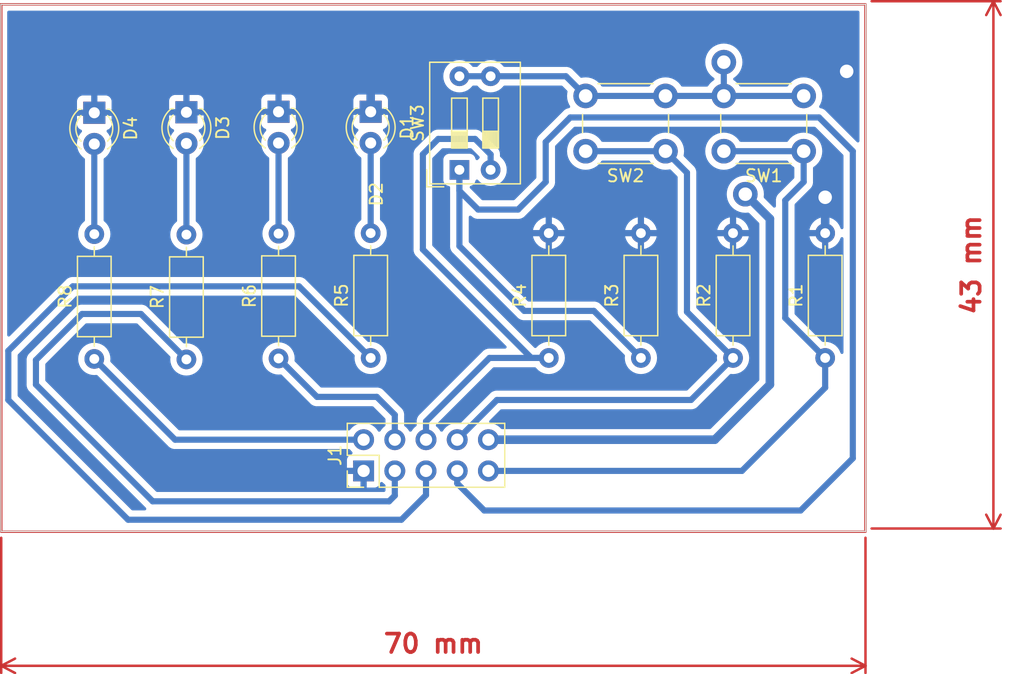
<source format=kicad_pcb>
(kicad_pcb (version 20211014) (generator pcbnew)
  (layers (0 "F.Cu" signal) (31 "B.Cu" signal) (34 "B.Paste" user) (35 "F.Paste" user) (36 "B.SilkS" user "B.Silkscreen") (37 "F.SilkS" user "F.Silkscreen") (38 "B.Mask" user) (39 "F.Mask" user) (44 "Edge.Cuts" user))
  (net 0 "")
  (net 1 "Net-(J1-Pad5)")
  (net 2 "Net-(D1-Pad2)")
  (net 3 "Net-(J1-Pad4)")
  (net 4 "Net-(D2-Pad2)")
  (net 5 "Net-(J1-Pad3)")
  (net 6 "Net-(D3-Pad2)")
  (net 7 "Net-(J1-Pad2)")
  (net 8 "Net-(D4-Pad2)")
  (net 9 "GND")
  (net 10 "Net-(J1-Pad6)")
  (net 11 "Net-(J1-Pad7)")
  (net 12 "Net-(J1-Pad8)")
  (net 13 "Net-(J1-Pad9)")
  (net 14 "+5V")
  (footprint "Resistor_THT:R_Axial_DIN0207_L6.3mm_D2.5mm_P10.16mm_Horizontal" (layer "F.Cu") (at 135 95.08 90)
    (fp_text reference "R4" (at 5.08 -2.37 90) (layer "F.SilkS"))
    (fp_text value "5 k")
    (fp_line (start 8.35 1.37) (end 8.35 -1.37) (layer "F.SilkS") (width 0.12))
    (fp_line (start 8.35 -1.37) (end 1.81 -1.37) (layer "F.SilkS") (width 0.12))
    (fp_line (start 9.12 0) (end 8.35 0) (layer "F.SilkS") (width 0.12))
    (fp_line (start 1.81 -1.37) (end 1.81 1.37) (layer "F.SilkS") (width 0.12))
    (fp_line (start 1.81 1.37) (end 8.35 1.37) (layer "F.SilkS") (width 0.12))
    (fp_line (start 1.04 0) (end 1.81 0) (layer "F.SilkS") (width 0.12))
    (pad "1" thru_hole circle (at 0 0 90) (size 1.6 1.6) (drill 0.8) (layers *.Cu *.Mask) (net 10 "Net-(J1-Pad6)"))
    (pad "2" thru_hole oval (at 10.16 0 90) (size 1.6 1.6) (drill 0.8) (layers *.Cu *.Mask) (net 9 "GND"))
  )
  (footprint "Resistor_THT:R_Axial_DIN0207_L6.3mm_D2.5mm_P10.16mm_Horizontal" (layer "F.Cu") (at 157.5 95.08 90)
    (fp_text reference "R1" (at 5.08 -2.37 90) (layer "F.SilkS"))
    (fp_text value "5 k")
    (fp_line (start 9.12 0) (end 8.35 0) (layer "F.SilkS") (width 0.12))
    (fp_line (start 8.35 1.37) (end 8.35 -1.37) (layer "F.SilkS") (width 0.12))
    (fp_line (start 1.81 -1.37) (end 1.81 1.37) (layer "F.SilkS") (width 0.12))
    (fp_line (start 1.04 0) (end 1.81 0) (layer "F.SilkS") (width 0.12))
    (fp_line (start 1.81 1.37) (end 8.35 1.37) (layer "F.SilkS") (width 0.12))
    (fp_line (start 8.35 -1.37) (end 1.81 -1.37) (layer "F.SilkS") (width 0.12))
    (pad "1" thru_hole circle (at 0 0 90) (size 1.6 1.6) (drill 0.8) (layers *.Cu *.Mask) (net 13 "Net-(J1-Pad9)"))
    (pad "2" thru_hole oval (at 10.16 0 90) (size 1.6 1.6) (drill 0.8) (layers *.Cu *.Mask) (net 9 "GND"))
  )
  (footprint "Button_Switch_THT:SW_PUSH_6mm_H7.3mm" (layer "F.Cu") (at 155.75 78.25 180)
    (fp_text reference "SW1" (at 3.25 -2) (layer "F.SilkS"))
    (fp_text value "SW_Push")
    (fp_line (start 5.5 -1) (end 1 -1) (layer "F.SilkS") (width 0.12))
    (fp_line (start 6.75 3) (end 6.75 1.5) (layer "F.SilkS") (width 0.12))
    (fp_line (start -0.25 1.5) (end -0.25 3) (layer "F.SilkS") (width 0.12))
    (fp_line (start 1 5.5) (end 5.5 5.5) (layer "F.SilkS") (width 0.12))
    (pad "1" thru_hole circle (at 0 0 270) (size 2 2) (drill 1.1) (layers *.Cu *.Mask) (net 13 "Net-(J1-Pad9)"))
    (pad "1" thru_hole circle (at 6.5 0 270) (size 2 2) (drill 1.1) (layers *.Cu *.Mask) (net 13 "Net-(J1-Pad9)"))
    (pad "2" thru_hole circle (at 6.5 4.5 270) (size 2 2) (drill 1.1) (layers *.Cu *.Mask) (net 14 "+5V"))
    (pad "2" thru_hole circle (at 0 4.5 270) (size 2 2) (drill 1.1) (layers *.Cu *.Mask) (net 14 "+5V"))
  )
  (footprint "Button_Switch_THT:SW_DIP_SPSTx02_Slide_9.78x7.26mm_W7.62mm_P2.54mm" (layer "F.Cu") (at 127.725 79.7675 90)
    (fp_text reference "SW3" (at 3.81 -3.42 90) (layer "F.SilkS"))
    (fp_text value "SW_DIP_x02")
    (fp_line (start 1.78 2.265) (end 3.133333 2.265) (layer "F.SilkS") (width 0.12))
    (fp_line (start 5.84 1.905) (end 1.78 1.905) (layer "F.SilkS") (width 0.12))
    (fp_line (start 1.78 0.325) (end 3.133333 0.325) (layer "F.SilkS") (width 0.12))
    (fp_line (start 1.78 2.745) (end 3.133333 2.745) (layer "F.SilkS") (width 0.12))
    (fp_line (start 1.78 -0.395) (end 3.133333 -0.395) (layer "F.SilkS") (width 0.12))
    (fp_line (start 1.78 0.445) (end 3.133333 0.445) (layer "F.SilkS") (width 0.12))
    (fp_line (start 1.78 -0.635) (end 1.78 0.635) (layer "F.SilkS") (width 0.12))
    (fp_line (start 3.133333 1.905) (end 3.133333 3.175) (layer "F.SilkS") (width 0.12))
    (fp_line (start 1.78 2.145) (end 3.133333 2.145) (layer "F.SilkS") (width 0.12))
    (fp_line (start 1.78 2.025) (end 3.133333 2.025) (layer "F.SilkS") (width 0.12))
    (fp_line (start 1.78 0.565) (end 3.133333 0.565) (layer "F.SilkS") (width 0.12))
    (fp_line (start 5.84 3.175) (end 5.84 1.905) (layer "F.SilkS") (width 0.12))
    (fp_line (start 1.78 0.085) (end 3.133333 0.085) (layer "F.SilkS") (width 0.12))
    (fp_line (start 1.78 -0.515) (end 3.133333 -0.515) (layer "F.SilkS") (width 0.12))
    (fp_line (start 1.78 0.635) (end 5.84 0.635) (layer "F.SilkS") (width 0.12))
    (fp_line (start 3.133333 -0.635) (end 3.133333 0.635) (layer "F.SilkS") (width 0.12))
    (fp_line (start 1.78 1.905) (end 1.78 3.175) (layer "F.SilkS") (width 0.12))
    (fp_line (start 8.76 -2.42) (end 8.76 4.96) (layer "F.SilkS") (width 0.12))
    (fp_line (start 1.78 2.625) (end 3.133333 2.625) (layer "F.SilkS") (width 0.12))
    (fp_line (start 1.78 3.105) (end 3.133333 3.105) (layer "F.SilkS") (width 0.12))
    (fp_line (start -1.38 -2.66) (end -1.38 -1.277) (layer "F.SilkS") (width 0.12))
    (fp_line (start -1.14 -2.42) (end 8.76 -2.42) (layer "F.SilkS") (width 0.12))
    (fp_line (start 1.78 2.505) (end 3.133333 2.505) (layer "F.SilkS") (width 0.12))
    (fp_line (start 1.78 0.205) (end 3.133333 0.205) (layer "F.SilkS") (width 0.12))
    (fp_line (start 1.78 -0.035) (end 3.133333 -0.035) (layer "F.SilkS") (width 0.12))
    (fp_line (start 1.78 -0.275) (end 3.133333 -0.275) (layer "F.SilkS") (width 0.12))
    (fp_line (start 1.78 -0.155) (end 3.133333 -0.155) (layer "F.SilkS") (width 0.12))
    (fp_line (start -1.14 4.96) (end 8.76 4.96) (layer "F.SilkS") (width 0.12))
    (fp_line (start 1.78 2.865) (end 3.133333 2.865) (layer "F.SilkS") (width 0.12))
    (fp_line (start -1.38 -2.66) (end 0.004 -2.66) (layer "F.SilkS") (width 0.12))
    (fp_line (start 1.78 2.385) (end 3.133333 2.385) (layer "F.SilkS") (width 0.12))
    (fp_line (start -1.14 -2.42) (end -1.14 4.96) (layer "F.SilkS") (width 0.12))
    (fp_line (start 1.78 2.985) (end 3.133333 2.985) (layer "F.SilkS") (width 0.12))
    (fp_line (start 5.84 -0.635) (end 1.78 -0.635) (layer "F.SilkS") (width 0.12))
    (fp_line (start 5.84 0.635) (end 5.84 -0.635) (layer "F.SilkS") (width 0.12))
    (fp_line (start 1.78 3.175) (end 5.84 3.175) (layer "F.SilkS") (width 0.12))
    (pad "1" thru_hole rect (at 0 0 90) (size 1.6 1.6) (drill 0.8) (layers *.Cu *.Mask) (net 11 "Net-(J1-Pad7)"))
    (pad "2" thru_hole oval (at 0 2.54 90) (size 1.6 1.6) (drill 0.8) (layers *.Cu *.Mask) (net 10 "Net-(J1-Pad6)"))
    (pad "3" thru_hole oval (at 7.62 2.54 90) (size 1.6 1.6) (drill 0.8) (layers *.Cu *.Mask) (net 14 "+5V"))
    (pad "4" thru_hole oval (at 7.62 0 90) (size 1.6 1.6) (drill 0.8) (layers *.Cu *.Mask) (net 14 "+5V"))
  )
  (footprint "Resistor_THT:R_Axial_DIN0207_L6.3mm_D2.5mm_P10.16mm_Horizontal" (layer "F.Cu") (at 142.5 95.08 90)
    (fp_text reference "R3" (at 5.08 -2.37 90) (layer "F.SilkS"))
    (fp_text value "5 k")
    (fp_line (start 9.12 0) (end 8.35 0) (layer "F.SilkS") (width 0.12))
    (fp_line (start 8.35 -1.37) (end 1.81 -1.37) (layer "F.SilkS") (width 0.12))
    (fp_line (start 1.81 -1.37) (end 1.81 1.37) (layer "F.SilkS") (width 0.12))
    (fp_line (start 1.04 0) (end 1.81 0) (layer "F.SilkS") (width 0.12))
    (fp_line (start 8.35 1.37) (end 8.35 -1.37) (layer "F.SilkS") (width 0.12))
    (fp_line (start 1.81 1.37) (end 8.35 1.37) (layer "F.SilkS") (width 0.12))
    (pad "1" thru_hole circle (at 0 0 90) (size 1.6 1.6) (drill 0.8) (layers *.Cu *.Mask) (net 11 "Net-(J1-Pad7)"))
    (pad "2" thru_hole oval (at 10.16 0 90) (size 1.6 1.6) (drill 0.8) (layers *.Cu *.Mask) (net 9 "GND"))
  )
  (footprint "Resistor_THT:R_Axial_DIN0207_L6.3mm_D2.5mm_P10.16mm_Horizontal" (layer "F.Cu") (at 113 95.12 90)
    (fp_text reference "R6" (at 5.08 -2.37 90) (layer "F.SilkS"))
    (fp_text value "220")
    (fp_line (start 1.81 1.37) (end 8.35 1.37) (layer "F.SilkS") (width 0.12))
    (fp_line (start 8.35 -1.37) (end 1.81 -1.37) (layer "F.SilkS") (width 0.12))
    (fp_line (start 9.12 0) (end 8.35 0) (layer "F.SilkS") (width 0.12))
    (fp_line (start 1.81 -1.37) (end 1.81 1.37) (layer "F.SilkS") (width 0.12))
    (fp_line (start 1.04 0) (end 1.81 0) (layer "F.SilkS") (width 0.12))
    (fp_line (start 8.35 1.37) (end 8.35 -1.37) (layer "F.SilkS") (width 0.12))
    (pad "1" thru_hole circle (at 0 0 90) (size 1.6 1.6) (drill 0.8) (layers *.Cu *.Mask) (net 3 "Net-(J1-Pad4)"))
    (pad "2" thru_hole oval (at 10.16 0 90) (size 1.6 1.6) (drill 0.8) (layers *.Cu *.Mask) (net 4 "Net-(D2-Pad2)"))
  )
  (footprint "LED_THT:LED_D3.0mm" (layer "F.Cu") (at 105.5 75.08 -90)
    (fp_text reference "D3" (at 1.27 -2.96 90) (layer "F.SilkS"))
    (fp_text value "LED")
    (fp_line (start -0.29 -1.236) (end -0.29 -1.08) (layer "F.SilkS") (width 0.12))
    (fp_line (start -0.29 1.08) (end -0.29 1.236) (layer "F.SilkS") (width 0.12))
    (fp_arc (start 0.229039 -1.08) (mid 1.270117 -1.5) (end 2.31113 -1.079837) (layer "F.SilkS") (width 0.12))
    (fp_arc (start -0.29 -1.235516) (mid 1.366487 -1.987659) (end 2.942335 -1.078608) (layer "F.SilkS") (width 0.12))
    (fp_arc (start 2.31113 1.079837) (mid 1.270117 1.5) (end 0.229039 1.08) (layer "F.SilkS") (width 0.12))
    (fp_arc (start 2.942335 1.078608) (mid 1.366487 1.987659) (end -0.29 1.235516) (layer "F.SilkS") (width 0.12))
    (pad "1" thru_hole rect (at 0 0 270) (size 1.8 1.8) (drill 0.9) (layers *.Cu *.Mask) (net 9 "GND"))
    (pad "2" thru_hole circle (at 2.54 0 270) (size 1.8 1.8) (drill 0.9) (layers *.Cu *.Mask) (net 6 "Net-(D3-Pad2)"))
  )
  (footprint "Resistor_THT:R_Axial_DIN0207_L6.3mm_D2.5mm_P10.16mm_Horizontal" (layer "F.Cu") (at 105.5 95.2 90)
    (fp_text reference "R7" (at 5.08 -2.37 90) (layer "F.SilkS"))
    (fp_text value "220")
    (fp_line (start 9.12 0) (end 8.35 0) (layer "F.SilkS") (width 0.12))
    (fp_line (start 8.35 1.37) (end 8.35 -1.37) (layer "F.SilkS") (width 0.12))
    (fp_line (start 8.35 -1.37) (end 1.81 -1.37) (layer "F.SilkS") (width 0.12))
    (fp_line (start 1.81 -1.37) (end 1.81 1.37) (layer "F.SilkS") (width 0.12))
    (fp_line (start 1.04 0) (end 1.81 0) (layer "F.SilkS") (width 0.12))
    (fp_line (start 1.81 1.37) (end 8.35 1.37) (layer "F.SilkS") (width 0.12))
    (pad "1" thru_hole circle (at 0 0 90) (size 1.6 1.6) (drill 0.8) (layers *.Cu *.Mask) (net 5 "Net-(J1-Pad3)"))
    (pad "2" thru_hole oval (at 10.16 0 90) (size 1.6 1.6) (drill 0.8) (layers *.Cu *.Mask) (net 6 "Net-(D3-Pad2)"))
  )
  (footprint "LED_THT:LED_D3.0mm" (layer "F.Cu") (at 120.5 75.04 -90)
    (fp_text reference "D1" (at 1.27 -2.96 90) (layer "F.SilkS"))
    (fp_text value "LED")
    (fp_line (start -0.29 1.08) (end -0.29 1.236) (layer "F.SilkS") (width 0.12))
    (fp_line (start -0.29 -1.236) (end -0.29 -1.08) (layer "F.SilkS") (width 0.12))
    (fp_arc (start 2.31113 1.079837) (mid 1.270117 1.5) (end 0.229039 1.08) (layer "F.SilkS") (width 0.12))
    (fp_arc (start 0.229039 -1.08) (mid 1.270117 -1.5) (end 2.31113 -1.079837) (layer "F.SilkS") (width 0.12))
    (fp_arc (start -0.29 -1.235516) (mid 1.366487 -1.987659) (end 2.942335 -1.078608) (layer "F.SilkS") (width 0.12))
    (fp_arc (start 2.942335 1.078608) (mid 1.366487 1.987659) (end -0.29 1.235516) (layer "F.SilkS") (width 0.12))
    (pad "1" thru_hole rect (at 0 0 270) (size 1.8 1.8) (drill 0.9) (layers *.Cu *.Mask) (net 9 "GND"))
    (pad "2" thru_hole circle (at 2.54 0 270) (size 1.8 1.8) (drill 0.9) (layers *.Cu *.Mask) (net 2 "Net-(D1-Pad2)"))
  )
  (footprint "Resistor_THT:R_Axial_DIN0207_L6.3mm_D2.5mm_P10.16mm_Horizontal" (layer "F.Cu") (at 98 95.16 90)
    (fp_text reference "R8" (at 5.08 -2.37 90) (layer "F.SilkS"))
    (fp_text value "220")
    (fp_line (start 8.35 1.37) (end 8.35 -1.37) (layer "F.SilkS") (width 0.12))
    (fp_line (start 9.12 0) (end 8.35 0) (layer "F.SilkS") (width 0.12))
    (fp_line (start 1.81 1.37) (end 8.35 1.37) (layer "F.SilkS") (width 0.12))
    (fp_line (start 8.35 -1.37) (end 1.81 -1.37) (layer "F.SilkS") (width 0.12))
    (fp_line (start 1.04 0) (end 1.81 0) (layer "F.SilkS") (width 0.12))
    (fp_line (start 1.81 -1.37) (end 1.81 1.37) (layer "F.SilkS") (width 0.12))
    (pad "1" thru_hole circle (at 0 0 90) (size 1.6 1.6) (drill 0.8) (layers *.Cu *.Mask) (net 7 "Net-(J1-Pad2)"))
    (pad "2" thru_hole oval (at 10.16 0 90) (size 1.6 1.6) (drill 0.8) (layers *.Cu *.Mask) (net 8 "Net-(D4-Pad2)"))
  )
  (footprint "Resistor_THT:R_Axial_DIN0207_L6.3mm_D2.5mm_P10.16mm_Horizontal" (layer "F.Cu") (at 120.5 95.08 90)
    (fp_text reference "R5" (at 5.08 -2.37 90) (layer "F.SilkS"))
    (fp_text value "220")
    (fp_line (start 1.81 -1.37) (end 1.81 1.37) (layer "F.SilkS") (width 0.12))
    (fp_line (start 9.12 0) (end 8.35 0) (layer "F.SilkS") (width 0.12))
    (fp_line (start 1.04 0) (end 1.81 0) (layer "F.SilkS") (width 0.12))
    (fp_line (start 8.35 -1.37) (end 1.81 -1.37) (layer "F.SilkS") (width 0.12))
    (fp_line (start 1.81 1.37) (end 8.35 1.37) (layer "F.SilkS") (width 0.12))
    (fp_line (start 8.35 1.37) (end 8.35 -1.37) (layer "F.SilkS") (width 0.12))
    (pad "1" thru_hole circle (at 0 0 90) (size 1.6 1.6) (drill 0.8) (layers *.Cu *.Mask) (net 1 "Net-(J1-Pad5)"))
    (pad "2" thru_hole oval (at 10.16 0 90) (size 1.6 1.6) (drill 0.8) (layers *.Cu *.Mask) (net 2 "Net-(D1-Pad2)"))
  )
  (footprint "Button_Switch_THT:SW_PUSH_6mm_H7.3mm" (layer "F.Cu") (at 144.5 78.25 180)
    (fp_text reference "SW2" (at 3.25 -2) (layer "F.SilkS"))
    (fp_text value "SW_Push")
    (fp_line (start 1 5.5) (end 5.5 5.5) (layer "F.SilkS") (width 0.12))
    (fp_line (start 5.5 -1) (end 1 -1) (layer "F.SilkS") (width 0.12))
    (fp_line (start -0.25 1.5) (end -0.25 3) (layer "F.SilkS") (width 0.12))
    (fp_line (start 6.75 3) (end 6.75 1.5) (layer "F.SilkS") (width 0.12))
    (pad "1" thru_hole circle (at 6.5 0 270) (size 2 2) (drill 1.1) (layers *.Cu *.Mask) (net 12 "Net-(J1-Pad8)"))
    (pad "1" thru_hole circle (at 0 0 270) (size 2 2) (drill 1.1) (layers *.Cu *.Mask) (net 12 "Net-(J1-Pad8)"))
    (pad "2" thru_hole circle (at 0 4.5 270) (size 2 2) (drill 1.1) (layers *.Cu *.Mask) (net 14 "+5V"))
    (pad "2" thru_hole circle (at 6.5 4.5 270) (size 2 2) (drill 1.1) (layers *.Cu *.Mask) (net 14 "+5V"))
  )
  (footprint "LED_THT:LED_D3.0mm" (layer "F.Cu") (at 98 75.12 -90)
    (fp_text reference "D4" (at 1.27 -2.96 90) (layer "F.SilkS"))
    (fp_text value "LED")
    (fp_line (start -0.29 1.08) (end -0.29 1.236) (layer "F.SilkS") (width 0.12))
    (fp_line (start -0.29 -1.236) (end -0.29 -1.08) (layer "F.SilkS") (width 0.12))
    (fp_arc (start 2.942335 1.078608) (mid 1.366487 1.987659) (end -0.29 1.235516) (layer "F.SilkS") (width 0.12))
    (fp_arc (start -0.29 -1.235516) (mid 1.366487 -1.987659) (end 2.942335 -1.078608) (layer "F.SilkS") (width 0.12))
    (fp_arc (start 2.31113 1.079837) (mid 1.270117 1.5) (end 0.229039 1.08) (layer "F.SilkS") (width 0.12))
    (fp_arc (start 0.229039 -1.08) (mid 1.270117 -1.5) (end 2.31113 -1.079837) (layer "F.SilkS") (width 0.12))
    (pad "1" thru_hole rect (at 0 0 270) (size 1.8 1.8) (drill 0.9) (layers *.Cu *.Mask) (net 9 "GND"))
    (pad "2" thru_hole circle (at 2.54 0 270) (size 1.8 1.8) (drill 0.9) (layers *.Cu *.Mask) (net 8 "Net-(D4-Pad2)"))
  )
  (footprint "Connector_PinHeader_2.54mm:PinHeader_2x05_P2.54mm_Vertical" (layer "F.Cu") (at 119.925 104.275 90)
    (fp_text reference "J1" (at 1.27 -2.33 90) (layer "F.SilkS"))
    (fp_text value "Conn_01x10_Female")
    (fp_line (start -1.33 1.27) (end -1.33 11.49) (layer "F.SilkS") (width 0.12))
    (fp_line (start -1.33 1.27) (end 1.27 1.27) (layer "F.SilkS") (width 0.12))
    (fp_line (start -1.33 0) (end -1.33 -1.33) (layer "F.SilkS") (width 0.12))
    (fp_line (start -1.33 11.49) (end 3.87 11.49) (layer "F.SilkS") (width 0.12))
    (fp_line (start 1.27 -1.33) (end 3.87 -1.33) (layer "F.SilkS") (width 0.12))
    (fp_line (start 3.87 -1.33) (end 3.87 11.49) (layer "F.SilkS") (width 0.12))
    (fp_line (start 1.27 1.27) (end 1.27 -1.33) (layer "F.SilkS") (width 0.12))
    (fp_line (start -1.33 -1.33) (end 0 -1.33) (layer "F.SilkS") (width 0.12))
    (pad "1" thru_hole rect (at 0 0 90) (size 1.7 1.7) (drill 1) (layers *.Cu *.Mask) (net 9 "GND"))
    (pad "2" thru_hole oval (at 2.54 0 90) (size 1.7 1.7) (drill 1) (layers *.Cu *.Mask) (net 7 "Net-(J1-Pad2)"))
    (pad "3" thru_hole oval (at 0 2.54 90) (size 1.7 1.7) (drill 1) (layers *.Cu *.Mask) (net 5 "Net-(J1-Pad3)"))
    (pad "4" thru_hole oval (at 2.54 2.54 90) (size 1.7 1.7) (drill 1) (layers *.Cu *.Mask) (net 3 "Net-(J1-Pad4)"))
    (pad "5" thru_hole oval (at 0 5.08 90) (size 1.7 1.7) (drill 1) (layers *.Cu *.Mask) (net 1 "Net-(J1-Pad5)"))
    (pad "6" thru_hole oval (at 2.54 5.08 90) (size 1.7 1.7) (drill 1) (layers *.Cu *.Mask) (net 10 "Net-(J1-Pad6)"))
    (pad "7" thru_hole oval (at 0 7.62 90) (size 1.7 1.7) (drill 1) (layers *.Cu *.Mask) (net 11 "Net-(J1-Pad7)"))
    (pad "8" thru_hole oval (at 2.54 7.62 90) (size 1.7 1.7) (drill 1) (layers *.Cu *.Mask) (net 12 "Net-(J1-Pad8)"))
    (pad "9" thru_hole oval (at 0 10.16 90) (size 1.7 1.7) (drill 1) (layers *.Cu *.Mask) (net 13 "Net-(J1-Pad9)"))
    (pad "10" thru_hole oval (at 2.54 10.16 90) (size 1.7 1.7) (drill 1) (layers *.Cu *.Mask) (net 14 "+5V"))
  )
  (footprint "LED_THT:LED_D3.0mm" (layer "F.Cu") (at 113 75.04 -90)
    (fp_text reference "D2" (at 6.712335 -7.96 90) (layer "F.SilkS"))
    (fp_text value "LED")
    (fp_line (start -0.29 1.08) (end -0.29 1.236) (layer "F.SilkS") (width 0.12))
    (fp_line (start -0.29 -1.236) (end -0.29 -1.08) (layer "F.SilkS") (width 0.12))
    (fp_arc (start 0.229039 -1.08) (mid 1.270117 -1.5) (end 2.31113 -1.079837) (layer "F.SilkS") (width 0.12))
    (fp_arc (start 2.942335 1.078608) (mid 1.366487 1.987659) (end -0.29 1.235516) (layer "F.SilkS") (width 0.12))
    (fp_arc (start -0.29 -1.235516) (mid 1.366487 -1.987659) (end 2.942335 -1.078608) (layer "F.SilkS") (width 0.12))
    (fp_arc (start 2.31113 1.079837) (mid 1.270117 1.5) (end 0.229039 1.08) (layer "F.SilkS") (width 0.12))
    (pad "1" thru_hole rect (at 0 0 270) (size 1.8 1.8) (drill 0.9) (layers *.Cu *.Mask) (net 9 "GND"))
    (pad "2" thru_hole circle (at 2.54 0 270) (size 1.8 1.8) (drill 0.9) (layers *.Cu *.Mask) (net 4 "Net-(D2-Pad2)"))
  )
  (footprint "Resistor_THT:R_Axial_DIN0207_L6.3mm_D2.5mm_P10.16mm_Horizontal" (layer "F.Cu") (at 150 95.08 90)
    (fp_text reference "R2" (at 5.08 -2.37 90) (layer "F.SilkS"))
    (fp_text value "5 k")
    (fp_line (start 1.04 0) (end 1.81 0) (layer "F.SilkS") (width 0.12))
    (fp_line (start 8.35 1.37) (end 8.35 -1.37) (layer "F.SilkS") (width 0.12))
    (fp_line (start 1.81 -1.37) (end 1.81 1.37) (layer "F.SilkS") (width 0.12))
    (fp_line (start 9.12 0) (end 8.35 0) (layer "F.SilkS") (width 0.12))
    (fp_line (start 8.35 -1.37) (end 1.81 -1.37) (layer "F.SilkS") (width 0.12))
    (fp_line (start 1.81 1.37) (end 8.35 1.37) (layer "F.SilkS") (width 0.12))
    (pad "1" thru_hole circle (at 0 0 90) (size 1.6 1.6) (drill 0.8) (layers *.Cu *.Mask) (net 12 "Net-(J1-Pad8)"))
    (pad "2" thru_hole oval (at 10.16 0 90) (size 1.6 1.6) (drill 0.8) (layers *.Cu *.Mask) (net 9 "GND"))
  )
  (gr_rect (start 90.424 66.294) (end 160.782 109.22) (layer "F.Cu") (width 0.2) (fill none))
  (gr_line (start 90.4 66.3) (end 160.8 66.3) (layer "Edge.Cuts") (width 0.1))
  (gr_line (start 160.8 66.3) (end 160.8 109.2) (layer "Edge.Cuts") (width 0.1))
  (gr_line (start 160.8 109.2) (end 90.4 109.2) (layer "Edge.Cuts") (width 0.1))
  (gr_line (start 90.4 109.2) (end 90.4 66.3) (layer "Edge.Cuts") (width 0.1))
  (dimension (type aligned) (layer "F.Cu") (pts (xy 160.782 66.04) (xy 160.782 108.966)) (height -10.414) (gr_text "43 mm" (at 169.396 87.503 90) (layer "F.Cu") (effects (font (size 1.5 1.5) (thickness 0.3)))) (format (units 3) (units_format 1) (precision 4) (override_value "43")) (style (thickness 0.2) (arrow_length 1.27) (text_position_mode 0) (extension_height 0.58642) (extension_offset 0.5) keep_text_aligned))
  (dimension (type aligned) (layer "F.Cu") (pts (xy 90.424 109.22) (xy 160.782 109.22)) (height 10.921999) (gr_text "70 mm" (at 125.603 118.341999) (layer "F.Cu") (effects (font (size 1.5 1.5) (thickness 0.3)))) (format (units 3) (units_format 1) (precision 4) (override_value "70")) (style (thickness 0.2) (arrow_length 1.27) (text_position_mode 0) (extension_height 0.58642) (extension_offset 0.5) keep_text_aligned))
  (segment (start 91 94.5) (end 96.25 89.25) (width 0.5) (layer "B.Cu") (net 1))
  (segment (start 100.75 108.25) (end 91 98.5) (width 0.5) (layer "B.Cu") (net 1))
  (segment (start 125.005 104.275) (end 125.005 106.245) (width 0.5) (layer "B.Cu") (net 1))
  (segment (start 91 98.5) (end 91 94.5) (width 0.5) (layer "B.Cu") (net 1))
  (segment (start 125.005 106.245) (end 123 108.25) (width 0.5) (layer "B.Cu") (net 1))
  (segment (start 96.25 89.25) (end 114.67 89.25) (width 0.5) (layer "B.Cu") (net 1))
  (segment (start 114.67 89.25) (end 120.5 95.08) (width 0.5) (layer "B.Cu") (net 1))
  (segment (start 123 108.25) (end 100.75 108.25) (width 0.5) (layer "B.Cu") (net 1))
  (segment (start 120.5 77.58) (end 120.5 84.92) (width 0.5) (layer "B.Cu") (net 2))
  (segment (start 116.13 98.25) (end 113 95.12) (width 0.5) (layer "B.Cu") (net 3))
  (segment (start 121 98.25) (end 116.13 98.25) (width 0.5) (layer "B.Cu") (net 3))
  (segment (start 122.465 99.715) (end 121 98.25) (width 0.5) (layer "B.Cu") (net 3))
  (segment (start 122.465 101.735) (end 122.465 99.715) (width 0.5) (layer "B.Cu") (net 3))
  (segment (start 113 84.96) (end 113 77.58) (width 0.5) (layer "B.Cu") (net 4))
  (segment (start 102.75 106.75) (end 122 106.75) (width 0.5) (layer "B.Cu") (net 5))
  (segment (start 122.465 106.285) (end 122.465 104.275) (width 0.5) (layer "B.Cu") (net 5))
  (segment (start 101.8 91.5) (end 97 91.5) (width 0.5) (layer "B.Cu") (net 5))
  (segment (start 93.25 97.25) (end 102.75 106.75) (width 0.5) (layer "B.Cu") (net 5))
  (segment (start 105.5 95.2) (end 101.8 91.5) (width 0.5) (layer "B.Cu") (net 5))
  (segment (start 97 91.5) (end 93.25 95.25) (width 0.5) (layer "B.Cu") (net 5))
  (segment (start 122 106.75) (end 122.465 106.285) (width 0.5) (layer "B.Cu") (net 5))
  (segment (start 93.25 95.25) (end 93.25 97.25) (width 0.5) (layer "B.Cu") (net 5))
  (segment (start 105.5 85.04) (end 105.5 77.62) (width 0.5) (layer "B.Cu") (net 6))
  (segment (start 98 95.16) (end 104.575 101.735) (width 0.5) (layer "B.Cu") (net 7))
  (segment (start 104.575 101.735) (end 119.925 101.735) (width 0.5) (layer "B.Cu") (net 7))
  (segment (start 98 85) (end 98 77.66) (width 0.5) (layer "B.Cu") (net 8))
  (via (at 159.25 71.75) (size 2) (drill 1.1) (layers "F.Cu" "B.Cu") (net 9))
  (via (at 157.5 82) (size 2) (drill 1.1) (layers "F.Cu" "B.Cu") (net 9))
  (segment (start 157.5 84.92) (end 157.5 82) (width 0.7) (layer "B.Cu") (net 9))
  (segment (start 124.75 69) (end 156.5 69) (width 0.7) (layer "B.Cu") (net 9))
  (segment (start 120.5 73.25) (end 124.75 69) (width 0.7) (layer "B.Cu") (net 9))
  (segment (start 120.5 75.04) (end 120.5 73.25) (width 0.7) (layer "B.Cu") (net 9))
  (segment (start 156.5 69) (end 159.25 71.75) (width 0.7) (layer "B.Cu") (net 9))
  (segment (start 125.005 101.735) (end 125.005 100.245) (width 0.5) (layer "B.Cu") (net 10))
  (segment (start 124.75 86.25) (end 124.75 78.5) (width 0.5) (layer "B.Cu") (net 10))
  (segment (start 130.265 78.515) (end 130.265 79.7675) (width 0.5) (layer "B.Cu") (net 10))
  (segment (start 129 77.25) (end 130.265 78.515) (width 0.5) (layer "B.Cu") (net 10))
  (segment (start 135 95.08) (end 133.58 95.08) (width 0.5) (layer "B.Cu") (net 10))
  (segment (start 126 77.25) (end 129 77.25) (width 0.5) (layer "B.Cu") (net 10))
  (segment (start 133.58 95.08) (end 124.75 86.25) (width 0.5) (layer "B.Cu") (net 10))
  (segment (start 125.005 100.245) (end 130.17 95.08) (width 0.5) (layer "B.Cu") (net 10))
  (segment (start 130.17 95.08) (end 135 95.08) (width 0.5) (layer "B.Cu") (net 10))
  (segment (start 124.75 78.5) (end 126 77.25) (width 0.5) (layer "B.Cu") (net 10))
  (segment (start 127.725 85.975) (end 133 91.25) (width 0.5) (layer "B.Cu") (net 11))
  (segment (start 136.75 75.5) (end 157 75.5) (width 0.5) (layer "B.Cu") (net 11))
  (segment (start 138.67 91.25) (end 142.5 95.08) (width 0.5) (layer "B.Cu") (net 11))
  (segment (start 127.725 81.475) (end 129.25 83) (width 0.5) (layer "B.Cu") (net 11))
  (segment (start 157 75.5) (end 159.75 78.25) (width 0.5) (layer "B.Cu") (net 11))
  (segment (start 159.75 103.25) (end 155.5 107.5) (width 0.5) (layer "B.Cu") (net 11))
  (segment (start 134.75 77.5) (end 136.75 75.5) (width 0.5) (layer "B.Cu") (net 11))
  (segment (start 129.25 83) (end 132.5 83) (width 0.5) (layer "B.Cu") (net 11))
  (segment (start 129.75 107.5) (end 127.545 105.295) (width 0.5) (layer "B.Cu") (net 11))
  (segment (start 127.725 79.7675) (end 127.725 81.475) (width 0.5) (layer "B.Cu") (net 11))
  (segment (start 127.545 105.295) (end 127.545 104.275) (width 0.5) (layer "B.Cu") (net 11))
  (segment (start 127.725 79.7675) (end 127.725 85.975) (width 0.5) (layer "B.Cu") (net 11))
  (segment (start 133 91.25) (end 138.67 91.25) (width 0.5) (layer "B.Cu") (net 11))
  (segment (start 134.75 80.75) (end 134.75 77.5) (width 0.5) (layer "B.Cu") (net 11))
  (segment (start 132.5 83) (end 134.75 80.75) (width 0.5) (layer "B.Cu") (net 11))
  (segment (start 159.75 78.25) (end 159.75 103.25) (width 0.5) (layer "B.Cu") (net 11))
  (segment (start 155.5 107.5) (end 129.75 107.5) (width 0.5) (layer "B.Cu") (net 11))
  (segment (start 127.545 101.735) (end 130.78 98.5) (width 0.5) (layer "B.Cu") (net 12))
  (segment (start 146.25 91.33) (end 146.25 80) (width 0.5) (layer "B.Cu") (net 12))
  (segment (start 146.58 98.5) (end 150 95.08) (width 0.5) (layer "B.Cu") (net 12))
  (segment (start 138 78.25) (end 144.5 78.25) (width 0.5) (layer "B.Cu") (net 12))
  (segment (start 146.25 91.33) (end 150 95.08) (width 0.5) (layer "B.Cu") (net 12))
  (segment (start 146.25 80) (end 144.5 78.25) (width 0.5) (layer "B.Cu") (net 12))
  (segment (start 130.78 98.5) (end 146.58 98.5) (width 0.5) (layer "B.Cu") (net 12))
  (segment (start 150.725 104.275) (end 157.5 97.5) (width 0.5) (layer "B.Cu") (net 13))
  (segment (start 154.25 82.25) (end 154.25 91.83) (width 0.5) (layer "B.Cu") (net 13))
  (segment (start 155.75 80.75) (end 154.25 82.25) (width 0.5) (layer "B.Cu") (net 13))
  (segment (start 149.25 78.25) (end 155.75 78.25) (width 0.5) (layer "B.Cu") (net 13))
  (segment (start 157.5 97.5) (end 157.5 95.08) (width 0.5) (layer "B.Cu") (net 13))
  (segment (start 154.25 91.83) (end 157.5 95.08) (width 0.5) (layer "B.Cu") (net 13))
  (segment (start 155.75 78.25) (end 155.75 80.75) (width 0.5) (layer "B.Cu") (net 13))
  (segment (start 130.085 104.275) (end 150.725 104.275) (width 0.5) (layer "B.Cu") (net 13))
  (via (at 149.25 71) (size 2) (drill 1.1) (layers "F.Cu" "B.Cu") (net 14))
  (via (at 151 81.75) (size 2) (drill 1.1) (layers "F.Cu" "B.Cu") (net 14))
  (segment (start 153 97.25) (end 153 83.75) (width 0.7) (layer "B.Cu") (net 14))
  (segment (start 148.515 101.735) (end 153 97.25) (width 0.7) (layer "B.Cu") (net 14))
  (segment (start 153 83.75) (end 151 81.75) (width 0.7) (layer "B.Cu") (net 14))
  (segment (start 138 73.75) (end 155.75 73.75) (width 0.5) (layer "B.Cu") (net 14))
  (segment (start 127.725 72.1475) (end 136.3975 72.1475) (width 0.5) (layer "B.Cu") (net 14))
  (segment (start 149.25 73.75) (end 149.25 71) (width 0.5) (layer "B.Cu") (net 14))
  (segment (start 136.3975 72.1475) (end 138 73.75) (width 0.5) (layer "B.Cu") (net 14))
  (segment (start 130.085 101.735) (end 148.515 101.735) (width 0.7) (layer "B.Cu") (net 14))
  (zone (net 9) (net_name "GND") (layer "B.Cu") (connect_pads (clearance 0.508)) (min_thickness 0.254) (fill yes (thermal_gap 0.508) (thermal_bridge_width 0.508))
    (polygon (pts (xy 160.8 109.2) (xy 90.5 109.2) (xy 90.5 66.3) (xy 160.8 66.3)))
  )
)
</source>
